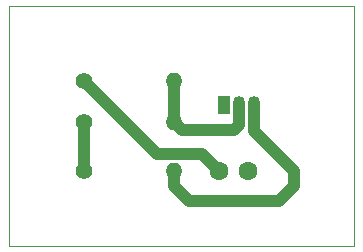
<source format=gbr>
G04 #@! TF.GenerationSoftware,KiCad,Pcbnew,(5.1.2)-2*
G04 #@! TF.CreationDate,2019-08-09T21:51:40-03:00*
G04 #@! TF.ProjectId,Markg1,4d61726b-6731-42e6-9b69-6361645f7063,rev?*
G04 #@! TF.SameCoordinates,Original*
G04 #@! TF.FileFunction,Copper,L1,Top*
G04 #@! TF.FilePolarity,Positive*
%FSLAX46Y46*%
G04 Gerber Fmt 4.6, Leading zero omitted, Abs format (unit mm)*
G04 Created by KiCad (PCBNEW (5.1.2)-2) date 2019-08-09 21:51:40*
%MOMM*%
%LPD*%
G04 APERTURE LIST*
%ADD10C,0.050000*%
%ADD11O,1.400000X1.400000*%
%ADD12C,1.400000*%
%ADD13R,1.050000X1.500000*%
%ADD14O,1.050000X1.500000*%
%ADD15C,1.600000*%
%ADD16C,1.000000*%
G04 APERTURE END LIST*
D10*
X160020000Y-68580000D02*
X130810000Y-68580000D01*
X160020000Y-88900000D02*
X160020000Y-68580000D01*
X130810000Y-88900000D02*
X160020000Y-88900000D01*
X130810000Y-68580000D02*
X130810000Y-88900000D01*
D11*
X144780000Y-82550000D03*
D12*
X137160000Y-82550000D03*
D11*
X144780000Y-78440000D03*
D12*
X137160000Y-78440000D03*
D11*
X144780000Y-74930000D03*
D12*
X137160000Y-74930000D03*
D13*
X149000000Y-76970000D03*
D14*
X151540000Y-76970000D03*
X150270000Y-76970000D03*
D15*
X151090000Y-82550000D03*
X148590000Y-82550000D03*
D16*
X147790001Y-81750001D02*
X148590000Y-82550000D01*
X147189999Y-81149999D02*
X147790001Y-81750001D01*
X143379999Y-81149999D02*
X147189999Y-81149999D01*
X137160000Y-74930000D02*
X143379999Y-81149999D01*
X151540000Y-77195000D02*
X151540000Y-76970000D01*
X151540000Y-79150000D02*
X151540000Y-78720000D01*
X144780000Y-83820000D02*
X146050000Y-85090000D01*
X144780000Y-82550000D02*
X144780000Y-83820000D01*
X146050000Y-85090000D02*
X153670000Y-85090000D01*
X153670000Y-85090000D02*
X154940000Y-83820000D01*
X151540000Y-78720000D02*
X151540000Y-76970000D01*
X154940000Y-83820000D02*
X154940000Y-82550000D01*
X154940000Y-82550000D02*
X151540000Y-79150000D01*
X144780000Y-74930000D02*
X144780000Y-78440000D01*
X150270000Y-78720000D02*
X150270000Y-76970000D01*
X149850001Y-79139999D02*
X150270000Y-78720000D01*
X144780000Y-78440000D02*
X145479999Y-79139999D01*
X145479999Y-79139999D02*
X149850001Y-79139999D01*
X137160000Y-78440000D02*
X137160000Y-82550000D01*
M02*

</source>
